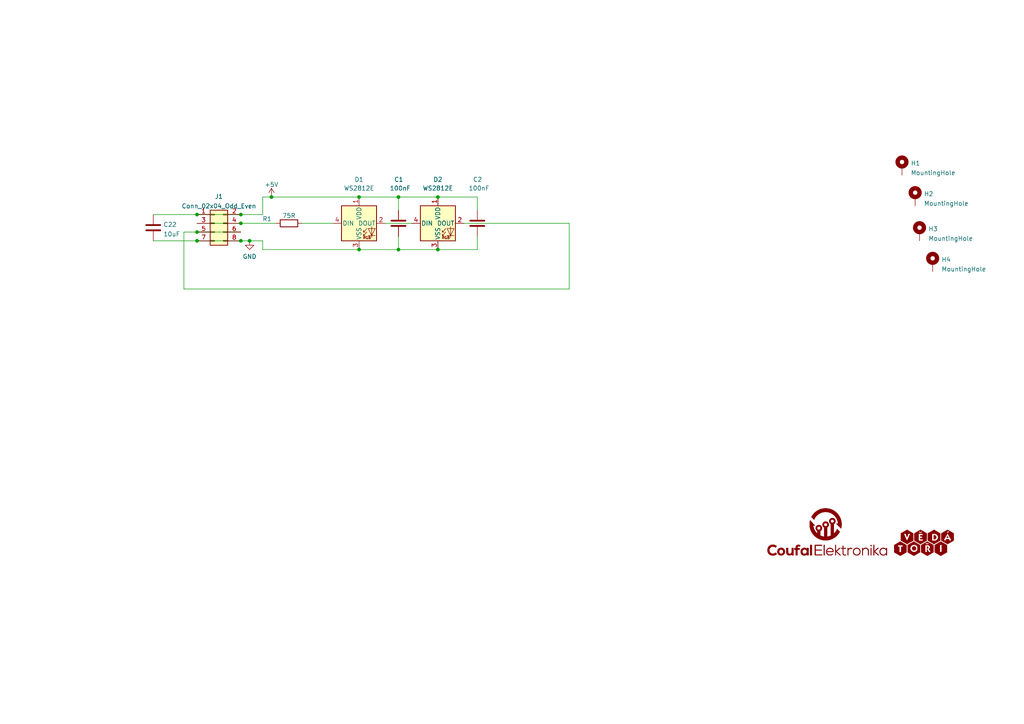
<source format=kicad_sch>
(kicad_sch (version 20211123) (generator eeschema)
  (paper "A4")
  (lib_symbols
    (symbol "Connector_Generic:Conn_02x04_Odd_Even" (pin_names (offset 1.016) hide)
      (property "Reference" "J" (at 1.27 5.08 0))
      (property "Value" "Conn_02x04_Odd_Even" (at 1.27 -7.62 0))
      (symbol "Conn_02x04_Odd_Even_1_1"
        (pin passive line (at -5.08 2.54 0) (length 3.81) (name "Pin_1") (number "1"))
        (pin passive line (at 7.62 2.54 180) (length 3.81) (name "Pin_2") (number "2"))
        (pin passive line (at -5.08 0 0) (length 3.81) (name "Pin_3") (number "3"))
        (pin passive line (at 7.62 0 180) (length 3.81) (name "Pin_4") (number "4"))
        (pin passive line (at -5.08 -2.54 0) (length 3.81) (name "Pin_5") (number "5"))
        (pin passive line (at 7.62 -2.54 180) (length 3.81) (name "Pin_6") (number "6"))
        (pin passive line (at -5.08 -5.08 0) (length 3.81) (name "Pin_7") (number "7"))
        (pin passive line (at 7.62 -5.08 180) (length 3.81) (name "Pin_8") (number "8"))
      )
    )
    (symbol "Device:C" (pin_numbers hide) (pin_names (offset 0.254))
      (property "Reference" "C" (at 0.635 2.54 0))
      (property "Value" "C" (at 0.635 -2.54 0))
      (symbol "C_1_1"
        (pin passive line (at 0 3.81 270) (length 2.794) (name "~") (number "1"))
        (pin passive line (at 0 -3.81 90) (length 2.794) (name "~") (number "2"))
      )
    )
    (symbol "Device:R" (pin_numbers hide) (pin_names (offset 0))
      (property "Reference" "R" (at 2.032 0 90))
      (property "Value" "R" (at 0 0 90))
      (symbol "R_1_1"
        (pin passive line (at 0 3.81 270) (length 1.27) (name "~") (number "1"))
        (pin passive line (at 0 -3.81 90) (length 1.27) (name "~") (number "2"))
      )
    )
    (symbol "LED:WS2812B" (pin_names (offset 0.254))
      (property "Reference" "D" (at 5.08 5.715 0))
      (property "Value" "WS2812B" (at 1.27 -5.715 0))
      (symbol "WS2812B_0_0"
        (text "RGB" (at 2.286 -4.191 0) (effects (font (size 0.762 0.762))))
      )
      (symbol "WS2812B_1_1"
        (pin power_in line (at 0 7.62 270) (length 2.54) (name "VDD") (number "1"))
        (pin output line (at 7.62 0 180) (length 2.54) (name "DOUT") (number "2"))
        (pin power_in line (at 0 -7.62 90) (length 2.54) (name "VSS") (number "3"))
        (pin input line (at -7.62 0 0) (length 2.54) (name "DIN") (number "4"))
      )
    )
    (symbol "Mechanical:MountingHole_Pad" (pin_numbers hide) (pin_names (offset 1.016) hide)
      (property "Reference" "H" (at 0 6.35 0))
      (property "Value" "MountingHole_Pad" (at 0 4.445 0))
      (symbol "MountingHole_Pad_1_1"
        (pin input line (at 0 -2.54 90) (length 2.54) (name "1") (number "1"))
      )
    )
    (symbol "Time-O-Mat_Library:CoufalElektronika_logo" (pin_names (offset 1.016)))
    (symbol "Time-O-Mat_Library:Vedatori_logo" (pin_names (offset 1.016)))
    (symbol "power:+5V" (power) (pin_names (offset 0))
      (property "Value" "+5V" (at 0 3.556 0))
      (symbol "+5V_1_1"
        (pin power_in line (at 0 0 90) (length 0) hide (name "+5V") (number "1"))
      )
    )
    (symbol "power:GND" (power) (pin_names (offset 0))
      (property "Value" "GND" (at 0 -3.81 0))
      (symbol "GND_1_1"
        (pin power_in line (at 0 0 270) (length 0) hide (name "GND") (number "1"))
      )
    )
  )
  (junction (at 69.85 69.85))
  (junction (at 127 57.15))
  (junction (at 78.74 57.15))
  (junction (at 69.85 62.23))
  (junction (at 72.39 69.85))
  (junction (at 69.85 64.77))
  (junction (at 104.14 57.15))
  (junction (at 104.14 72.39))
  (junction (at 57.15 62.23))
  (junction (at 57.15 69.85))
  (junction (at 115.57 57.15))
  (junction (at 127 72.39))
  (junction (at 115.57 72.39))
  (junction (at 57.15 67.31))
  (wire (pts (xy 76.2 69.85) (xy 72.39 69.85)))
  (wire (pts (xy 115.57 57.15) (xy 104.14 57.15)))
  (wire (pts (xy 127 72.39) (xy 138.43 72.39)))
  (wire (pts (xy 44.45 62.23) (xy 57.15 62.23)))
  (wire (pts (xy 78.74 57.15) (xy 76.2 57.15)))
  (wire (pts (xy 138.43 60.96) (xy 138.43 57.15)))
  (wire (pts (xy 57.15 67.31) (xy 69.85 67.31)))
  (wire (pts (xy 57.15 69.85) (xy 69.85 69.85)))
  (wire (pts (xy 115.57 68.58) (xy 115.57 72.39)))
  (wire (pts (xy 115.57 60.96) (xy 115.57 57.15)))
  (wire (pts (xy 134.62 64.77) (xy 165.1 64.77)))
  (wire (pts (xy 69.85 64.77) (xy 80.01 64.77)))
  (wire (pts (xy 111.76 64.77) (xy 119.38 64.77)))
  (wire (pts (xy 69.85 62.23) (xy 76.2 62.23)))
  (wire (pts (xy 78.74 57.15) (xy 104.14 57.15)))
  (wire (pts (xy 44.45 69.85) (xy 57.15 69.85)))
  (wire (pts (xy 104.14 72.39) (xy 115.57 72.39)))
  (wire (pts (xy 115.57 72.39) (xy 127 72.39)))
  (wire (pts (xy 165.1 83.82) (xy 53.34 83.82)))
  (wire (pts (xy 57.15 62.23) (xy 69.85 62.23)))
  (wire (pts (xy 138.43 57.15) (xy 127 57.15)))
  (wire (pts (xy 87.63 64.77) (xy 96.52 64.77)))
  (wire (pts (xy 53.34 67.31) (xy 57.15 67.31)))
  (wire (pts (xy 138.43 72.39) (xy 138.43 68.58)))
  (wire (pts (xy 76.2 72.39) (xy 76.2 69.85)))
  (wire (pts (xy 104.14 72.39) (xy 76.2 72.39)))
  (wire (pts (xy 115.57 57.15) (xy 127 57.15)))
  (wire (pts (xy 72.39 69.85) (xy 69.85 69.85)))
  (wire (pts (xy 57.15 64.77) (xy 69.85 64.77)))
  (wire (pts (xy 165.1 64.77) (xy 165.1 83.82)))
  (wire (pts (xy 76.2 57.15) (xy 76.2 62.23)))
  (wire (pts (xy 53.34 83.82) (xy 53.34 67.31)))
  (symbol (lib_id "Connector_Generic:Conn_02x04_Odd_Even") (at 62.23 64.77 0) (unit 1)
    (property "Reference" "J1" (at 63.5 56.9935 0))
    (property "Value" "Conn_02x04_Odd_Even" (at 63.5 59.7686 0))
    (property "Footprint" "Connector_PinSocket_2.54mm:PinSocket_2x04_P2.54mm_Horizontal" (effects hide))
  )
  (symbol (lib_id "Mechanical:MountingHole_Pad") (at 261.62 48.26 0) (unit 1) (in_bom no)
    (property "Reference" "H1" (at 264.16 47.3515 0) (effects (justify left)))
    (property "Value" "MountingHole" (at 264.16 50.1266 0) (effects (justify left)))
    (property "Footprint" "MountingHole:MountingHole_3.2mm_M3_Pad_Via" (effects hide))
  )
  (symbol (lib_id "Device:C") (at 44.45 66.04 0) (unit 1)
    (property "Reference" "C22" (at 47.371 65.1315 0) (effects (justify left)))
    (property "Value" "10uF" (at 47.371 67.9066 0) (effects (justify left)))
    (property "Footprint" "Capacitor_SMD:C_0603_1608Metric" (effects hide))
    (property "LCSC" "C19702" (effects hide))
  )
  (symbol (lib_id "Mechanical:MountingHole_Pad") (at 266.7 67.31 0) (unit 1) (in_bom no)
    (property "Reference" "H3" (at 269.24 66.4015 0) (effects (justify left)))
    (property "Value" "MountingHole" (at 269.24 69.1766 0) (effects (justify left)))
    (property "Footprint" "MountingHole:MountingHole_3.2mm_M3_Pad_Via" (effects hide))
  )
  (symbol (lib_id "LED:WS2812B") (at 104.14 64.77 0) (unit 1)
    (property "Reference" "D1" (at 104.14 52.07 0))
    (property "Value" "WS2812E" (at 104.14 54.61 0))
    (property "Footprint" "LED_SMD:LED_WS2812B_PLCC4_5.0x5.0mm_P3.2mm" (effects hide))
    (property "Datasheet" "https://cdn-shop.adafruit.com/datasheets/WS2812B.pdf" (effects hide))
    (property "LCSC" "C139127" (effects hide))
  )
  (symbol (lib_id "Device:C") (at 115.57 64.77 0) (unit 1)
    (property "Reference" "C1" (at 114.3 52.07 0) (effects (justify left)))
    (property "Value" "100nF" (at 113.03 54.61 0) (effects (justify left)))
    (property "Footprint" "Capacitor_SMD:C_0402_1005Metric" (effects hide))
    (property "LCSC" "C1525" (effects hide))
  )
  (symbol (lib_id "Time-O-Mat_Library:Vedatori_logo") (at 267.97 157.48 0) (unit 1) (in_bom no) (on_board no)
    (property "Reference" "G1" (effects hide))
    (property "Value" "Vedatori_logo" (effects hide))
    (property "Footprint" "Time-O-Mat_Library:Vedatori_15mm" (effects hide))
  )
  (symbol (lib_id "Device:C") (at 138.43 64.77 0) (unit 1)
    (property "Reference" "C2" (at 137.16 52.07 0) (effects (justify left)))
    (property "Value" "100nF" (at 135.89 54.61 0) (effects (justify left)))
    (property "Footprint" "Capacitor_SMD:C_0402_1005Metric" (effects hide))
    (property "LCSC" "C1525" (effects hide))
  )
  (symbol (lib_id "Mechanical:MountingHole_Pad") (at 270.51 76.2 0) (unit 1) (in_bom no)
    (property "Reference" "H4" (at 273.05 75.2915 0) (effects (justify left)))
    (property "Value" "MountingHole" (at 273.05 78.0666 0) (effects (justify left)))
    (property "Footprint" "MountingHole:MountingHole_3.2mm_M3_Pad_Via" (effects hide))
  )
  (symbol (lib_id "LED:WS2812B") (at 127 64.77 0) (unit 1)
    (property "Reference" "D2" (at 127 52.07 0))
    (property "Value" "WS2812E" (at 127 54.61 0))
    (property "Footprint" "LED_SMD:LED_WS2812B_PLCC4_5.0x5.0mm_P3.2mm" (effects hide))
    (property "Datasheet" "https://cdn-shop.adafruit.com/datasheets/WS2812B.pdf" (effects hide))
    (property "LCSC" "C139127" (effects hide))
  )
  (symbol (lib_id "Device:R") (at 83.82 64.77 90) (unit 1)
    (property "Reference" "R1" (at 77.47 63.5 90))
    (property "Value" "75R" (at 83.82 62.5626 90))
    (property "Footprint" "Resistor_SMD:R_0603_1608Metric" (effects hide))
    (property "LCSC" "C4275" (effects hide))
  )
  (symbol (lib_id "power:GND") (at 72.39 69.85 0) (unit 1)
    (property "Reference" "#PWR0101" (effects hide))
    (property "Value" "GND" (at 72.39 74.4125 0))
  )
  (symbol (lib_id "Time-O-Mat_Library:CoufalElektronika_logo") (at 240.03 154.94 0) (unit 1) (in_bom no)
    (property "Reference" "G2" (effects hide))
    (property "Value" "CoufalElektronika_logo" (effects hide))
    (property "Footprint" "Time-O-Mat_Library:Coufal_elektronika_notext_10mm" (effects hide))
  )
  (symbol (lib_id "power:+5V") (at 78.74 57.15 0) (unit 1)
    (property "Reference" "#PWR0102" (effects hide))
    (property "Value" "+5V" (at 78.74 53.5455 0))
  )
  (symbol (lib_id "Mechanical:MountingHole_Pad") (at 265.43 57.15 0) (unit 1) (in_bom no)
    (property "Reference" "H2" (at 267.97 56.2415 0) (effects (justify left)))
    (property "Value" "MountingHole" (at 267.97 59.0166 0) (effects (justify left)))
    (property "Footprint" "MountingHole:MountingHole_3.2mm_M3_Pad_Via" (effects hide))
  )
)
</source>
